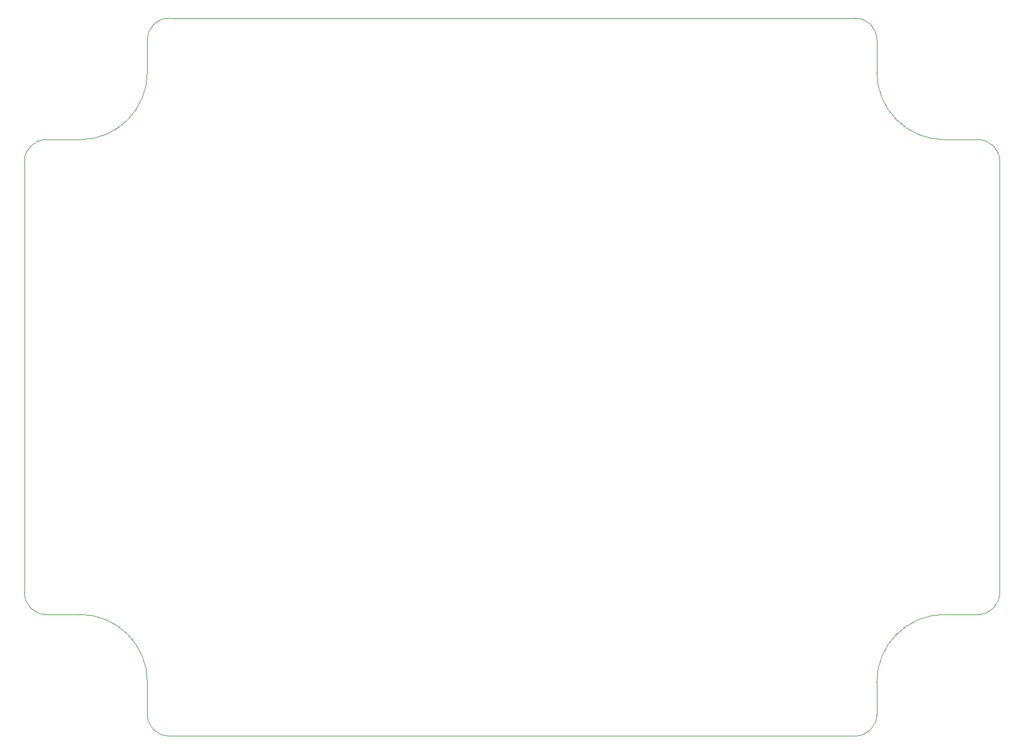
<source format=gbr>
%TF.GenerationSoftware,Altium Limited,Altium Designer,21.0.9 (235)*%
G04 Layer_Color=0*
%FSLAX26Y26*%
%MOIN*%
%TF.SameCoordinates,5BE5EA85-216B-4E4C-B8B6-EAA837D7D1E1*%
%TF.FilePolarity,Positive*%
%TF.FileFunction,Profile,NP*%
%TF.Part,Single*%
G01*
G75*
%TA.AperFunction,Profile*%
%ADD212C,0.001000*%
D212*
X2616577Y3279940D02*
G02*
X2491577Y3404940I0J125000D01*
G01*
X2491577D01*
Y5933744D01*
X2491577Y5933744D01*
D02*
G02*
X2616577Y6058744I125000J0D01*
G01*
X2814968D01*
D02*
G03*
X3209969Y6453745I0J395001D01*
G01*
Y6645143D01*
D02*
G02*
X3334969Y6770143I125000J0D01*
G01*
X7349785D01*
D02*
G02*
X7474785Y6645143I0J-125000D01*
G01*
Y6453745D01*
D02*
G03*
X7869786Y6058744I395001J0D01*
G01*
X8068178D01*
D02*
G02*
X8193178Y5933744I0J-125000D01*
G01*
Y3404940D01*
D02*
G02*
X8068178Y3279940I-125000J0D01*
G01*
X7869786D01*
D02*
G03*
X7474785Y2884940I0J-395001D01*
G01*
Y2693542D01*
D02*
G02*
X7349785Y2568542I-125000J0D01*
G01*
X3334969D01*
D02*
G02*
X3209969Y2693542I0J125000D01*
G01*
Y2884940D01*
D02*
G03*
X2814968Y3279940I-395001J0D01*
G01*
X2616577D01*
%TF.MD5,a580bc2156dd2600bee6b4c20846d625*%
M02*

</source>
